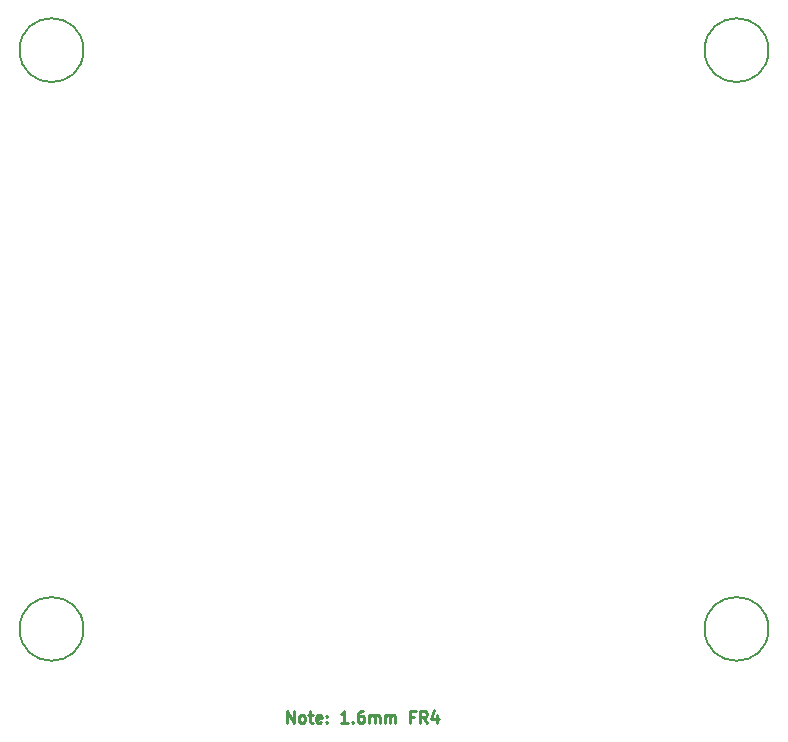
<source format=gbr>
G04 #@! TF.GenerationSoftware,KiCad,Pcbnew,(5.0.2)-1*
G04 #@! TF.CreationDate,2019-03-22T12:59:56+11:00*
G04 #@! TF.ProjectId,VeinCamHat,5665696e-4361-46d4-9861-742e6b696361,rev?*
G04 #@! TF.SameCoordinates,Original*
G04 #@! TF.FileFunction,Other,Comment*
%FSLAX46Y46*%
G04 Gerber Fmt 4.6, Leading zero omitted, Abs format (unit mm)*
G04 Created by KiCad (PCBNEW (5.0.2)-1) date 22/03/2019 12:59:56*
%MOMM*%
%LPD*%
G01*
G04 APERTURE LIST*
%ADD10C,0.250000*%
%ADD11C,0.150000*%
G04 APERTURE END LIST*
D10*
X223419047Y-154452380D02*
X223419047Y-153452380D01*
X223990476Y-154452380D01*
X223990476Y-153452380D01*
X224609523Y-154452380D02*
X224514285Y-154404761D01*
X224466666Y-154357142D01*
X224419047Y-154261904D01*
X224419047Y-153976190D01*
X224466666Y-153880952D01*
X224514285Y-153833333D01*
X224609523Y-153785714D01*
X224752380Y-153785714D01*
X224847619Y-153833333D01*
X224895238Y-153880952D01*
X224942857Y-153976190D01*
X224942857Y-154261904D01*
X224895238Y-154357142D01*
X224847619Y-154404761D01*
X224752380Y-154452380D01*
X224609523Y-154452380D01*
X225228571Y-153785714D02*
X225609523Y-153785714D01*
X225371428Y-153452380D02*
X225371428Y-154309523D01*
X225419047Y-154404761D01*
X225514285Y-154452380D01*
X225609523Y-154452380D01*
X226323809Y-154404761D02*
X226228571Y-154452380D01*
X226038095Y-154452380D01*
X225942857Y-154404761D01*
X225895238Y-154309523D01*
X225895238Y-153928571D01*
X225942857Y-153833333D01*
X226038095Y-153785714D01*
X226228571Y-153785714D01*
X226323809Y-153833333D01*
X226371428Y-153928571D01*
X226371428Y-154023809D01*
X225895238Y-154119047D01*
X226800000Y-154357142D02*
X226847619Y-154404761D01*
X226800000Y-154452380D01*
X226752380Y-154404761D01*
X226800000Y-154357142D01*
X226800000Y-154452380D01*
X226800000Y-153833333D02*
X226847619Y-153880952D01*
X226800000Y-153928571D01*
X226752380Y-153880952D01*
X226800000Y-153833333D01*
X226800000Y-153928571D01*
X228561904Y-154452380D02*
X227990476Y-154452380D01*
X228276190Y-154452380D02*
X228276190Y-153452380D01*
X228180952Y-153595238D01*
X228085714Y-153690476D01*
X227990476Y-153738095D01*
X228990476Y-154357142D02*
X229038095Y-154404761D01*
X228990476Y-154452380D01*
X228942857Y-154404761D01*
X228990476Y-154357142D01*
X228990476Y-154452380D01*
X229895238Y-153452380D02*
X229704761Y-153452380D01*
X229609523Y-153500000D01*
X229561904Y-153547619D01*
X229466666Y-153690476D01*
X229419047Y-153880952D01*
X229419047Y-154261904D01*
X229466666Y-154357142D01*
X229514285Y-154404761D01*
X229609523Y-154452380D01*
X229800000Y-154452380D01*
X229895238Y-154404761D01*
X229942857Y-154357142D01*
X229990476Y-154261904D01*
X229990476Y-154023809D01*
X229942857Y-153928571D01*
X229895238Y-153880952D01*
X229800000Y-153833333D01*
X229609523Y-153833333D01*
X229514285Y-153880952D01*
X229466666Y-153928571D01*
X229419047Y-154023809D01*
X230419047Y-154452380D02*
X230419047Y-153785714D01*
X230419047Y-153880952D02*
X230466666Y-153833333D01*
X230561904Y-153785714D01*
X230704761Y-153785714D01*
X230800000Y-153833333D01*
X230847619Y-153928571D01*
X230847619Y-154452380D01*
X230847619Y-153928571D02*
X230895238Y-153833333D01*
X230990476Y-153785714D01*
X231133333Y-153785714D01*
X231228571Y-153833333D01*
X231276190Y-153928571D01*
X231276190Y-154452380D01*
X231752380Y-154452380D02*
X231752380Y-153785714D01*
X231752380Y-153880952D02*
X231800000Y-153833333D01*
X231895238Y-153785714D01*
X232038095Y-153785714D01*
X232133333Y-153833333D01*
X232180952Y-153928571D01*
X232180952Y-154452380D01*
X232180952Y-153928571D02*
X232228571Y-153833333D01*
X232323809Y-153785714D01*
X232466666Y-153785714D01*
X232561904Y-153833333D01*
X232609523Y-153928571D01*
X232609523Y-154452380D01*
X234180952Y-153928571D02*
X233847619Y-153928571D01*
X233847619Y-154452380D02*
X233847619Y-153452380D01*
X234323809Y-153452380D01*
X235276190Y-154452380D02*
X234942857Y-153976190D01*
X234704761Y-154452380D02*
X234704761Y-153452380D01*
X235085714Y-153452380D01*
X235180952Y-153500000D01*
X235228571Y-153547619D01*
X235276190Y-153642857D01*
X235276190Y-153785714D01*
X235228571Y-153880952D01*
X235180952Y-153928571D01*
X235085714Y-153976190D01*
X234704761Y-153976190D01*
X236133333Y-153785714D02*
X236133333Y-154452380D01*
X235895238Y-153404761D02*
X235657142Y-154119047D01*
X236276190Y-154119047D01*
D11*
G04 #@! TO.C,H1*
X206200000Y-97500000D02*
G75*
G03X206200000Y-97500000I-2700000J0D01*
G01*
G04 #@! TO.C,H2*
X206200000Y-146500000D02*
G75*
G03X206200000Y-146500000I-2700000J0D01*
G01*
G04 #@! TO.C,H3*
X264200000Y-146500000D02*
G75*
G03X264200000Y-146500000I-2700000J0D01*
G01*
G04 #@! TO.C,H4*
X264200000Y-97500000D02*
G75*
G03X264200000Y-97500000I-2700000J0D01*
G01*
G04 #@! TD*
M02*

</source>
